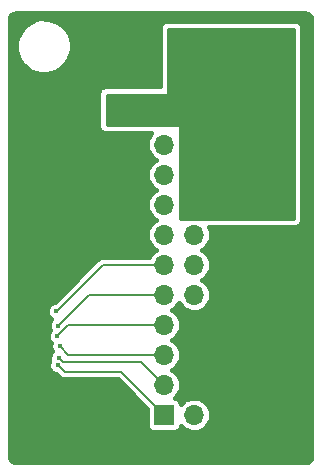
<source format=gbr>
G04 #@! TF.FileFunction,Copper,L2,Bot,Signal*
%FSLAX46Y46*%
G04 Gerber Fmt 4.6, Leading zero omitted, Abs format (unit mm)*
G04 Created by KiCad (PCBNEW 4.0.6) date 06/16/19 22:16:32*
%MOMM*%
%LPD*%
G01*
G04 APERTURE LIST*
%ADD10C,0.100000*%
%ADD11R,1.500000X1.250000*%
%ADD12C,3.500000*%
%ADD13R,1.700000X1.700000*%
%ADD14O,1.700000X1.700000*%
%ADD15C,0.400000*%
%ADD16C,0.130000*%
%ADD17C,0.400000*%
G04 APERTURE END LIST*
D10*
D11*
X175350000Y-91650000D03*
X177850000Y-91650000D03*
D12*
X184600000Y-86800000D03*
X179600000Y-86800000D03*
D13*
X181860000Y-116950000D03*
D14*
X184400000Y-116950000D03*
X181860000Y-114410000D03*
X184400000Y-114410000D03*
X181860000Y-111870000D03*
X184400000Y-111870000D03*
X181860000Y-109330000D03*
X184400000Y-109330000D03*
X181860000Y-106790000D03*
X184400000Y-106790000D03*
X181860000Y-104250000D03*
X184400000Y-104250000D03*
X181860000Y-101710000D03*
X184400000Y-101710000D03*
X181860000Y-99170000D03*
X184400000Y-99170000D03*
X181860000Y-96630000D03*
X184400000Y-96630000D03*
X181860000Y-94090000D03*
X184400000Y-94090000D03*
D15*
X172850000Y-112700000D03*
X172951662Y-112142151D03*
X173050000Y-111150000D03*
X172800000Y-110300000D03*
X172900000Y-109400000D03*
X172750000Y-108200000D03*
D16*
X181860000Y-116950000D02*
X178210000Y-113300000D01*
X178210000Y-113300000D02*
X173450000Y-113300000D01*
X173450000Y-113300000D02*
X173049999Y-112899999D01*
X173049999Y-112899999D02*
X172850000Y-112700000D01*
X181860000Y-114410000D02*
X179950000Y-112500000D01*
X179950000Y-112500000D02*
X173309511Y-112500000D01*
X173309511Y-112500000D02*
X173151661Y-112342150D01*
X173151661Y-112342150D02*
X172951662Y-112142151D01*
X181860000Y-111870000D02*
X173770000Y-111870000D01*
X173770000Y-111870000D02*
X173050000Y-111150000D01*
X181860000Y-109330000D02*
X173770000Y-109330000D01*
X173770000Y-109330000D02*
X172800000Y-110300000D01*
X173099999Y-109200001D02*
X172900000Y-109400000D01*
X175510000Y-106790000D02*
X173099999Y-109200001D01*
X181860000Y-106790000D02*
X175510000Y-106790000D01*
X172949999Y-108000001D02*
X172750000Y-108200000D01*
X176700000Y-104250000D02*
X172949999Y-108000001D01*
X181860000Y-104250000D02*
X176700000Y-104250000D01*
D17*
G36*
X192750000Y-100250000D02*
X183300000Y-100250000D01*
X183300000Y-99341684D01*
X183316981Y-99180123D01*
X183300000Y-98993532D01*
X183300000Y-96801684D01*
X183316981Y-96640123D01*
X183300000Y-96453532D01*
X183300000Y-94261684D01*
X183316981Y-94100123D01*
X183300000Y-93913532D01*
X183300000Y-92500000D01*
X183292082Y-92444281D01*
X183268954Y-92392975D01*
X183232449Y-92350142D01*
X183185456Y-92319176D01*
X183131696Y-92302528D01*
X183100000Y-92300000D01*
X177099634Y-92300000D01*
X177095329Y-89950000D01*
X182100000Y-89950000D01*
X182155719Y-89942082D01*
X182207025Y-89918954D01*
X182249858Y-89882449D01*
X182280824Y-89835456D01*
X182297472Y-89781696D01*
X182300000Y-89750000D01*
X182300000Y-84400000D01*
X192750000Y-84400000D01*
X192750000Y-100250000D01*
X192750000Y-100250000D01*
G37*
X192750000Y-100250000D02*
X183300000Y-100250000D01*
X183300000Y-99341684D01*
X183316981Y-99180123D01*
X183300000Y-98993532D01*
X183300000Y-96801684D01*
X183316981Y-96640123D01*
X183300000Y-96453532D01*
X183300000Y-94261684D01*
X183316981Y-94100123D01*
X183300000Y-93913532D01*
X183300000Y-92500000D01*
X183292082Y-92444281D01*
X183268954Y-92392975D01*
X183232449Y-92350142D01*
X183185456Y-92319176D01*
X183131696Y-92302528D01*
X183100000Y-92300000D01*
X177099634Y-92300000D01*
X177095329Y-89950000D01*
X182100000Y-89950000D01*
X182155719Y-89942082D01*
X182207025Y-89918954D01*
X182249858Y-89882449D01*
X182280824Y-89835456D01*
X182297472Y-89781696D01*
X182300000Y-89750000D01*
X182300000Y-84400000D01*
X192750000Y-84400000D01*
X192750000Y-100250000D01*
G36*
X193749970Y-82975000D02*
X193760951Y-82973924D01*
X193762288Y-82974006D01*
X193920525Y-82982605D01*
X194009944Y-83005415D01*
X194093232Y-83045160D01*
X194167211Y-83100323D01*
X194229067Y-83168806D01*
X194276446Y-83248003D01*
X194307539Y-83334891D01*
X194324798Y-83450522D01*
X194325000Y-83458525D01*
X194325000Y-120431665D01*
X194317395Y-120571611D01*
X194294585Y-120661030D01*
X194254840Y-120744318D01*
X194199677Y-120818297D01*
X194131194Y-120880153D01*
X194051997Y-120927532D01*
X193965109Y-120958625D01*
X193855160Y-120975036D01*
X193850000Y-120975000D01*
X169369421Y-120975000D01*
X169229475Y-120967395D01*
X169140056Y-120944585D01*
X169056768Y-120904840D01*
X168982789Y-120849677D01*
X168920933Y-120781194D01*
X168873554Y-120701997D01*
X168842461Y-120615109D01*
X168825202Y-120499479D01*
X168825000Y-120491475D01*
X168825000Y-108267266D01*
X171948948Y-108267266D01*
X171977270Y-108421577D01*
X172035024Y-108567448D01*
X172120012Y-108699323D01*
X172228995Y-108812179D01*
X172303751Y-108864135D01*
X172284199Y-108883282D01*
X172195562Y-109012732D01*
X172133758Y-109156934D01*
X172101139Y-109310393D01*
X172098948Y-109467266D01*
X172127270Y-109621577D01*
X172185024Y-109767448D01*
X172190961Y-109776660D01*
X172184199Y-109783282D01*
X172095562Y-109912732D01*
X172033758Y-110056934D01*
X172001139Y-110210393D01*
X171998948Y-110367266D01*
X172027270Y-110521577D01*
X172085024Y-110667448D01*
X172170012Y-110799323D01*
X172278995Y-110912179D01*
X172282174Y-110914388D01*
X172251139Y-111060393D01*
X172248948Y-111217266D01*
X172277270Y-111371577D01*
X172335024Y-111517448D01*
X172378013Y-111584154D01*
X172335861Y-111625433D01*
X172247224Y-111754883D01*
X172185420Y-111899085D01*
X172152801Y-112052544D01*
X172150610Y-112209417D01*
X172164497Y-112285079D01*
X172145562Y-112312732D01*
X172083758Y-112456934D01*
X172051139Y-112610393D01*
X172048948Y-112767266D01*
X172077270Y-112921577D01*
X172135024Y-113067448D01*
X172220012Y-113199323D01*
X172328995Y-113312179D01*
X172457824Y-113401717D01*
X172601590Y-113464527D01*
X172694503Y-113484955D01*
X172979774Y-113770226D01*
X173027263Y-113809234D01*
X173074297Y-113848700D01*
X173077360Y-113850384D01*
X173080064Y-113852605D01*
X173134226Y-113881646D01*
X173188029Y-113911225D01*
X173191361Y-113912282D01*
X173194444Y-113913935D01*
X173253204Y-113931900D01*
X173311739Y-113950468D01*
X173315213Y-113950858D01*
X173318557Y-113951880D01*
X173379721Y-113958093D01*
X173440715Y-113964935D01*
X173447539Y-113964983D01*
X173447679Y-113964997D01*
X173447809Y-113964985D01*
X173450000Y-113965000D01*
X177934548Y-113965000D01*
X180407097Y-116437549D01*
X180407097Y-117800000D01*
X180414716Y-117895548D01*
X180464903Y-118057607D01*
X180558252Y-118199269D01*
X180687370Y-118309315D01*
X180842035Y-118379034D01*
X181010000Y-118402903D01*
X182710000Y-118402903D01*
X182805548Y-118395284D01*
X182967607Y-118345097D01*
X183109269Y-118251748D01*
X183219315Y-118122630D01*
X183289034Y-117967965D01*
X183299659Y-117893196D01*
X183356999Y-117964512D01*
X183573782Y-118146415D01*
X183821768Y-118282746D01*
X184091512Y-118368314D01*
X184372739Y-118399859D01*
X184392984Y-118400000D01*
X184407016Y-118400000D01*
X184688656Y-118372385D01*
X184959568Y-118290592D01*
X185209434Y-118157736D01*
X185428736Y-117978878D01*
X185609120Y-117760830D01*
X185743718Y-117511898D01*
X185827400Y-117241563D01*
X185856981Y-116960123D01*
X185831333Y-116678297D01*
X185751433Y-116406820D01*
X185620324Y-116156033D01*
X185443001Y-115935488D01*
X185226218Y-115753585D01*
X184978232Y-115617254D01*
X184708488Y-115531686D01*
X184427261Y-115500141D01*
X184407016Y-115500000D01*
X184392984Y-115500000D01*
X184111344Y-115527615D01*
X183840432Y-115609408D01*
X183590566Y-115742264D01*
X183371264Y-115921122D01*
X183304479Y-116001852D01*
X183255097Y-115842393D01*
X183161748Y-115700731D01*
X183032630Y-115590685D01*
X182877965Y-115520966D01*
X182801423Y-115510089D01*
X182888736Y-115438878D01*
X183069120Y-115220830D01*
X183203718Y-114971898D01*
X183287400Y-114701563D01*
X183316981Y-114420123D01*
X183291333Y-114138297D01*
X183211433Y-113866820D01*
X183080324Y-113616033D01*
X182903001Y-113395488D01*
X182686218Y-113213585D01*
X182552350Y-113139991D01*
X182669434Y-113077736D01*
X182888736Y-112898878D01*
X183069120Y-112680830D01*
X183203718Y-112431898D01*
X183287400Y-112161563D01*
X183316981Y-111880123D01*
X183291333Y-111598297D01*
X183211433Y-111326820D01*
X183080324Y-111076033D01*
X182903001Y-110855488D01*
X182686218Y-110673585D01*
X182552350Y-110599991D01*
X182669434Y-110537736D01*
X182888736Y-110358878D01*
X183069120Y-110140830D01*
X183203718Y-109891898D01*
X183287400Y-109621563D01*
X183316981Y-109340123D01*
X183291333Y-109058297D01*
X183211433Y-108786820D01*
X183080324Y-108536033D01*
X182903001Y-108315488D01*
X182686218Y-108133585D01*
X182552350Y-108059991D01*
X182669434Y-107997736D01*
X182888736Y-107818878D01*
X183069120Y-107600830D01*
X183129811Y-107488585D01*
X183179676Y-107583967D01*
X183356999Y-107804512D01*
X183573782Y-107986415D01*
X183821768Y-108122746D01*
X184091512Y-108208314D01*
X184372739Y-108239859D01*
X184392984Y-108240000D01*
X184407016Y-108240000D01*
X184688656Y-108212385D01*
X184959568Y-108130592D01*
X185209434Y-107997736D01*
X185428736Y-107818878D01*
X185609120Y-107600830D01*
X185743718Y-107351898D01*
X185827400Y-107081563D01*
X185856981Y-106800123D01*
X185831333Y-106518297D01*
X185751433Y-106246820D01*
X185620324Y-105996033D01*
X185443001Y-105775488D01*
X185226218Y-105593585D01*
X185092350Y-105519991D01*
X185209434Y-105457736D01*
X185428736Y-105278878D01*
X185609120Y-105060830D01*
X185743718Y-104811898D01*
X185827400Y-104541563D01*
X185856981Y-104260123D01*
X185831333Y-103978297D01*
X185751433Y-103706820D01*
X185620324Y-103456033D01*
X185443001Y-103235488D01*
X185226218Y-103053585D01*
X185092350Y-102979991D01*
X185209434Y-102917736D01*
X185428736Y-102738878D01*
X185609120Y-102520830D01*
X185743718Y-102271898D01*
X185827400Y-102001563D01*
X185856981Y-101720123D01*
X185831333Y-101438297D01*
X185751433Y-101166820D01*
X185690361Y-101050000D01*
X192950000Y-101050000D01*
X193168074Y-101008967D01*
X193368363Y-100880085D01*
X193502728Y-100683434D01*
X193550000Y-100450000D01*
X193550000Y-84200000D01*
X193508967Y-83981926D01*
X193380085Y-83781637D01*
X193183434Y-83647272D01*
X192950000Y-83600000D01*
X182100000Y-83600000D01*
X181881926Y-83641033D01*
X181681637Y-83769915D01*
X181547272Y-83966566D01*
X181500000Y-84200000D01*
X181500000Y-89150000D01*
X176894962Y-89150000D01*
X176675864Y-89191434D01*
X176475812Y-89320682D01*
X176341807Y-89517579D01*
X176294963Y-89751099D01*
X176300001Y-92501099D01*
X176341033Y-92718074D01*
X176469915Y-92918363D01*
X176666566Y-93052728D01*
X176900000Y-93100000D01*
X180799101Y-93100000D01*
X180650880Y-93279170D01*
X180516282Y-93528102D01*
X180432600Y-93798437D01*
X180403019Y-94079877D01*
X180428667Y-94361703D01*
X180508567Y-94633180D01*
X180639676Y-94883967D01*
X180816999Y-95104512D01*
X181033782Y-95286415D01*
X181167650Y-95360009D01*
X181050566Y-95422264D01*
X180831264Y-95601122D01*
X180650880Y-95819170D01*
X180516282Y-96068102D01*
X180432600Y-96338437D01*
X180403019Y-96619877D01*
X180428667Y-96901703D01*
X180508567Y-97173180D01*
X180639676Y-97423967D01*
X180816999Y-97644512D01*
X181033782Y-97826415D01*
X181167650Y-97900009D01*
X181050566Y-97962264D01*
X180831264Y-98141122D01*
X180650880Y-98359170D01*
X180516282Y-98608102D01*
X180432600Y-98878437D01*
X180403019Y-99159877D01*
X180428667Y-99441703D01*
X180508567Y-99713180D01*
X180639676Y-99963967D01*
X180816999Y-100184512D01*
X181033782Y-100366415D01*
X181167650Y-100440009D01*
X181050566Y-100502264D01*
X180831264Y-100681122D01*
X180650880Y-100899170D01*
X180516282Y-101148102D01*
X180432600Y-101418437D01*
X180403019Y-101699877D01*
X180428667Y-101981703D01*
X180508567Y-102253180D01*
X180639676Y-102503967D01*
X180816999Y-102724512D01*
X181033782Y-102906415D01*
X181167650Y-102980009D01*
X181050566Y-103042264D01*
X180831264Y-103221122D01*
X180650880Y-103439170D01*
X180572029Y-103585000D01*
X176700000Y-103585000D01*
X176638803Y-103591000D01*
X176577672Y-103596349D01*
X176574318Y-103597323D01*
X176570834Y-103597665D01*
X176512001Y-103615428D01*
X176453040Y-103632557D01*
X176449935Y-103634166D01*
X176446588Y-103635177D01*
X176392314Y-103664035D01*
X176337815Y-103692285D01*
X176335086Y-103694463D01*
X176331995Y-103696107D01*
X176284335Y-103734977D01*
X176236385Y-103773255D01*
X176231523Y-103778049D01*
X176231418Y-103778135D01*
X176231338Y-103778232D01*
X176229774Y-103779774D01*
X172594310Y-107415238D01*
X172523034Y-107428835D01*
X172377570Y-107487607D01*
X172246291Y-107573513D01*
X172134199Y-107683282D01*
X172045562Y-107812732D01*
X171983758Y-107956934D01*
X171951139Y-108110393D01*
X171948948Y-108267266D01*
X168825000Y-108267266D01*
X168825000Y-85947594D01*
X169346911Y-85947594D01*
X169430105Y-86400882D01*
X169599758Y-86829378D01*
X169849409Y-87216760D01*
X170169548Y-87548274D01*
X170547982Y-87811293D01*
X170970296Y-87995797D01*
X171420404Y-88094760D01*
X171881162Y-88104411D01*
X172335019Y-88024384D01*
X172764689Y-87857726D01*
X173153805Y-87610786D01*
X173487546Y-87292968D01*
X173753200Y-86916380D01*
X173940648Y-86495364D01*
X174042751Y-86045958D01*
X174050101Y-85519571D01*
X173960586Y-85067489D01*
X173784967Y-84641403D01*
X173529931Y-84257544D01*
X173205195Y-83930532D01*
X172823125Y-83672823D01*
X172398276Y-83494233D01*
X171946830Y-83401565D01*
X171485983Y-83398347D01*
X171033287Y-83484704D01*
X170605986Y-83657345D01*
X170220356Y-83909694D01*
X169891085Y-84232140D01*
X169630715Y-84612401D01*
X169449163Y-85035993D01*
X169353345Y-85486780D01*
X169346911Y-85947594D01*
X168825000Y-85947594D01*
X168825000Y-83518334D01*
X168832605Y-83378389D01*
X168855415Y-83288970D01*
X168895160Y-83205682D01*
X168950323Y-83131703D01*
X169018806Y-83069847D01*
X169098003Y-83022468D01*
X169184891Y-82991375D01*
X169300522Y-82974116D01*
X169308510Y-82973914D01*
X193749970Y-82975000D01*
X193749970Y-82975000D01*
G37*
X193749970Y-82975000D02*
X193760951Y-82973924D01*
X193762288Y-82974006D01*
X193920525Y-82982605D01*
X194009944Y-83005415D01*
X194093232Y-83045160D01*
X194167211Y-83100323D01*
X194229067Y-83168806D01*
X194276446Y-83248003D01*
X194307539Y-83334891D01*
X194324798Y-83450522D01*
X194325000Y-83458525D01*
X194325000Y-120431665D01*
X194317395Y-120571611D01*
X194294585Y-120661030D01*
X194254840Y-120744318D01*
X194199677Y-120818297D01*
X194131194Y-120880153D01*
X194051997Y-120927532D01*
X193965109Y-120958625D01*
X193855160Y-120975036D01*
X193850000Y-120975000D01*
X169369421Y-120975000D01*
X169229475Y-120967395D01*
X169140056Y-120944585D01*
X169056768Y-120904840D01*
X168982789Y-120849677D01*
X168920933Y-120781194D01*
X168873554Y-120701997D01*
X168842461Y-120615109D01*
X168825202Y-120499479D01*
X168825000Y-120491475D01*
X168825000Y-108267266D01*
X171948948Y-108267266D01*
X171977270Y-108421577D01*
X172035024Y-108567448D01*
X172120012Y-108699323D01*
X172228995Y-108812179D01*
X172303751Y-108864135D01*
X172284199Y-108883282D01*
X172195562Y-109012732D01*
X172133758Y-109156934D01*
X172101139Y-109310393D01*
X172098948Y-109467266D01*
X172127270Y-109621577D01*
X172185024Y-109767448D01*
X172190961Y-109776660D01*
X172184199Y-109783282D01*
X172095562Y-109912732D01*
X172033758Y-110056934D01*
X172001139Y-110210393D01*
X171998948Y-110367266D01*
X172027270Y-110521577D01*
X172085024Y-110667448D01*
X172170012Y-110799323D01*
X172278995Y-110912179D01*
X172282174Y-110914388D01*
X172251139Y-111060393D01*
X172248948Y-111217266D01*
X172277270Y-111371577D01*
X172335024Y-111517448D01*
X172378013Y-111584154D01*
X172335861Y-111625433D01*
X172247224Y-111754883D01*
X172185420Y-111899085D01*
X172152801Y-112052544D01*
X172150610Y-112209417D01*
X172164497Y-112285079D01*
X172145562Y-112312732D01*
X172083758Y-112456934D01*
X172051139Y-112610393D01*
X172048948Y-112767266D01*
X172077270Y-112921577D01*
X172135024Y-113067448D01*
X172220012Y-113199323D01*
X172328995Y-113312179D01*
X172457824Y-113401717D01*
X172601590Y-113464527D01*
X172694503Y-113484955D01*
X172979774Y-113770226D01*
X173027263Y-113809234D01*
X173074297Y-113848700D01*
X173077360Y-113850384D01*
X173080064Y-113852605D01*
X173134226Y-113881646D01*
X173188029Y-113911225D01*
X173191361Y-113912282D01*
X173194444Y-113913935D01*
X173253204Y-113931900D01*
X173311739Y-113950468D01*
X173315213Y-113950858D01*
X173318557Y-113951880D01*
X173379721Y-113958093D01*
X173440715Y-113964935D01*
X173447539Y-113964983D01*
X173447679Y-113964997D01*
X173447809Y-113964985D01*
X173450000Y-113965000D01*
X177934548Y-113965000D01*
X180407097Y-116437549D01*
X180407097Y-117800000D01*
X180414716Y-117895548D01*
X180464903Y-118057607D01*
X180558252Y-118199269D01*
X180687370Y-118309315D01*
X180842035Y-118379034D01*
X181010000Y-118402903D01*
X182710000Y-118402903D01*
X182805548Y-118395284D01*
X182967607Y-118345097D01*
X183109269Y-118251748D01*
X183219315Y-118122630D01*
X183289034Y-117967965D01*
X183299659Y-117893196D01*
X183356999Y-117964512D01*
X183573782Y-118146415D01*
X183821768Y-118282746D01*
X184091512Y-118368314D01*
X184372739Y-118399859D01*
X184392984Y-118400000D01*
X184407016Y-118400000D01*
X184688656Y-118372385D01*
X184959568Y-118290592D01*
X185209434Y-118157736D01*
X185428736Y-117978878D01*
X185609120Y-117760830D01*
X185743718Y-117511898D01*
X185827400Y-117241563D01*
X185856981Y-116960123D01*
X185831333Y-116678297D01*
X185751433Y-116406820D01*
X185620324Y-116156033D01*
X185443001Y-115935488D01*
X185226218Y-115753585D01*
X184978232Y-115617254D01*
X184708488Y-115531686D01*
X184427261Y-115500141D01*
X184407016Y-115500000D01*
X184392984Y-115500000D01*
X184111344Y-115527615D01*
X183840432Y-115609408D01*
X183590566Y-115742264D01*
X183371264Y-115921122D01*
X183304479Y-116001852D01*
X183255097Y-115842393D01*
X183161748Y-115700731D01*
X183032630Y-115590685D01*
X182877965Y-115520966D01*
X182801423Y-115510089D01*
X182888736Y-115438878D01*
X183069120Y-115220830D01*
X183203718Y-114971898D01*
X183287400Y-114701563D01*
X183316981Y-114420123D01*
X183291333Y-114138297D01*
X183211433Y-113866820D01*
X183080324Y-113616033D01*
X182903001Y-113395488D01*
X182686218Y-113213585D01*
X182552350Y-113139991D01*
X182669434Y-113077736D01*
X182888736Y-112898878D01*
X183069120Y-112680830D01*
X183203718Y-112431898D01*
X183287400Y-112161563D01*
X183316981Y-111880123D01*
X183291333Y-111598297D01*
X183211433Y-111326820D01*
X183080324Y-111076033D01*
X182903001Y-110855488D01*
X182686218Y-110673585D01*
X182552350Y-110599991D01*
X182669434Y-110537736D01*
X182888736Y-110358878D01*
X183069120Y-110140830D01*
X183203718Y-109891898D01*
X183287400Y-109621563D01*
X183316981Y-109340123D01*
X183291333Y-109058297D01*
X183211433Y-108786820D01*
X183080324Y-108536033D01*
X182903001Y-108315488D01*
X182686218Y-108133585D01*
X182552350Y-108059991D01*
X182669434Y-107997736D01*
X182888736Y-107818878D01*
X183069120Y-107600830D01*
X183129811Y-107488585D01*
X183179676Y-107583967D01*
X183356999Y-107804512D01*
X183573782Y-107986415D01*
X183821768Y-108122746D01*
X184091512Y-108208314D01*
X184372739Y-108239859D01*
X184392984Y-108240000D01*
X184407016Y-108240000D01*
X184688656Y-108212385D01*
X184959568Y-108130592D01*
X185209434Y-107997736D01*
X185428736Y-107818878D01*
X185609120Y-107600830D01*
X185743718Y-107351898D01*
X185827400Y-107081563D01*
X185856981Y-106800123D01*
X185831333Y-106518297D01*
X185751433Y-106246820D01*
X185620324Y-105996033D01*
X185443001Y-105775488D01*
X185226218Y-105593585D01*
X185092350Y-105519991D01*
X185209434Y-105457736D01*
X185428736Y-105278878D01*
X185609120Y-105060830D01*
X185743718Y-104811898D01*
X185827400Y-104541563D01*
X185856981Y-104260123D01*
X185831333Y-103978297D01*
X185751433Y-103706820D01*
X185620324Y-103456033D01*
X185443001Y-103235488D01*
X185226218Y-103053585D01*
X185092350Y-102979991D01*
X185209434Y-102917736D01*
X185428736Y-102738878D01*
X185609120Y-102520830D01*
X185743718Y-102271898D01*
X185827400Y-102001563D01*
X185856981Y-101720123D01*
X185831333Y-101438297D01*
X185751433Y-101166820D01*
X185690361Y-101050000D01*
X192950000Y-101050000D01*
X193168074Y-101008967D01*
X193368363Y-100880085D01*
X193502728Y-100683434D01*
X193550000Y-100450000D01*
X193550000Y-84200000D01*
X193508967Y-83981926D01*
X193380085Y-83781637D01*
X193183434Y-83647272D01*
X192950000Y-83600000D01*
X182100000Y-83600000D01*
X181881926Y-83641033D01*
X181681637Y-83769915D01*
X181547272Y-83966566D01*
X181500000Y-84200000D01*
X181500000Y-89150000D01*
X176894962Y-89150000D01*
X176675864Y-89191434D01*
X176475812Y-89320682D01*
X176341807Y-89517579D01*
X176294963Y-89751099D01*
X176300001Y-92501099D01*
X176341033Y-92718074D01*
X176469915Y-92918363D01*
X176666566Y-93052728D01*
X176900000Y-93100000D01*
X180799101Y-93100000D01*
X180650880Y-93279170D01*
X180516282Y-93528102D01*
X180432600Y-93798437D01*
X180403019Y-94079877D01*
X180428667Y-94361703D01*
X180508567Y-94633180D01*
X180639676Y-94883967D01*
X180816999Y-95104512D01*
X181033782Y-95286415D01*
X181167650Y-95360009D01*
X181050566Y-95422264D01*
X180831264Y-95601122D01*
X180650880Y-95819170D01*
X180516282Y-96068102D01*
X180432600Y-96338437D01*
X180403019Y-96619877D01*
X180428667Y-96901703D01*
X180508567Y-97173180D01*
X180639676Y-97423967D01*
X180816999Y-97644512D01*
X181033782Y-97826415D01*
X181167650Y-97900009D01*
X181050566Y-97962264D01*
X180831264Y-98141122D01*
X180650880Y-98359170D01*
X180516282Y-98608102D01*
X180432600Y-98878437D01*
X180403019Y-99159877D01*
X180428667Y-99441703D01*
X180508567Y-99713180D01*
X180639676Y-99963967D01*
X180816999Y-100184512D01*
X181033782Y-100366415D01*
X181167650Y-100440009D01*
X181050566Y-100502264D01*
X180831264Y-100681122D01*
X180650880Y-100899170D01*
X180516282Y-101148102D01*
X180432600Y-101418437D01*
X180403019Y-101699877D01*
X180428667Y-101981703D01*
X180508567Y-102253180D01*
X180639676Y-102503967D01*
X180816999Y-102724512D01*
X181033782Y-102906415D01*
X181167650Y-102980009D01*
X181050566Y-103042264D01*
X180831264Y-103221122D01*
X180650880Y-103439170D01*
X180572029Y-103585000D01*
X176700000Y-103585000D01*
X176638803Y-103591000D01*
X176577672Y-103596349D01*
X176574318Y-103597323D01*
X176570834Y-103597665D01*
X176512001Y-103615428D01*
X176453040Y-103632557D01*
X176449935Y-103634166D01*
X176446588Y-103635177D01*
X176392314Y-103664035D01*
X176337815Y-103692285D01*
X176335086Y-103694463D01*
X176331995Y-103696107D01*
X176284335Y-103734977D01*
X176236385Y-103773255D01*
X176231523Y-103778049D01*
X176231418Y-103778135D01*
X176231338Y-103778232D01*
X176229774Y-103779774D01*
X172594310Y-107415238D01*
X172523034Y-107428835D01*
X172377570Y-107487607D01*
X172246291Y-107573513D01*
X172134199Y-107683282D01*
X172045562Y-107812732D01*
X171983758Y-107956934D01*
X171951139Y-108110393D01*
X171948948Y-108267266D01*
X168825000Y-108267266D01*
X168825000Y-85947594D01*
X169346911Y-85947594D01*
X169430105Y-86400882D01*
X169599758Y-86829378D01*
X169849409Y-87216760D01*
X170169548Y-87548274D01*
X170547982Y-87811293D01*
X170970296Y-87995797D01*
X171420404Y-88094760D01*
X171881162Y-88104411D01*
X172335019Y-88024384D01*
X172764689Y-87857726D01*
X173153805Y-87610786D01*
X173487546Y-87292968D01*
X173753200Y-86916380D01*
X173940648Y-86495364D01*
X174042751Y-86045958D01*
X174050101Y-85519571D01*
X173960586Y-85067489D01*
X173784967Y-84641403D01*
X173529931Y-84257544D01*
X173205195Y-83930532D01*
X172823125Y-83672823D01*
X172398276Y-83494233D01*
X171946830Y-83401565D01*
X171485983Y-83398347D01*
X171033287Y-83484704D01*
X170605986Y-83657345D01*
X170220356Y-83909694D01*
X169891085Y-84232140D01*
X169630715Y-84612401D01*
X169449163Y-85035993D01*
X169353345Y-85486780D01*
X169346911Y-85947594D01*
X168825000Y-85947594D01*
X168825000Y-83518334D01*
X168832605Y-83378389D01*
X168855415Y-83288970D01*
X168895160Y-83205682D01*
X168950323Y-83131703D01*
X169018806Y-83069847D01*
X169098003Y-83022468D01*
X169184891Y-82991375D01*
X169300522Y-82974116D01*
X169308510Y-82973914D01*
X193749970Y-82975000D01*
M02*

</source>
